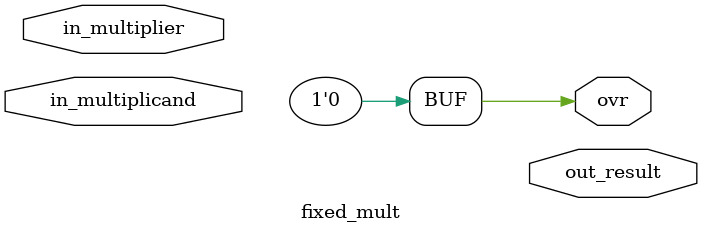
<source format=v>
module fixed_mult #(
	//Parameterized values
	parameter Q = 15,
	parameter N = 32
	)
	(
	 input			[N-1:0]	in_multiplicand,
	 input			[N-1:0]	in_multiplier,
	 output			[N-1:0]	out_result,
	 output	reg				ovr
	 );
	 
	
	
	reg [2*N-1:0]	r_result;		
											
	reg [N-1:0]	r_RetVal;
	

	assign o_result = r_RetVal;	
	
	always @(in_multiplicand, in_multiplier)	begin						
		r_result <= in_multiplicand[N-2:0] * in_multiplier[N-2:0];	
																
		ovr <= 1'b0;															
		end
	
		
	always @(r_result) begin													
		r_RetVal[N-1] <= in_multiplicand[N-1] ^ in_multiplier[N-1];	
		r_RetVal[N-2:0] <= r_result[N-2+Q:Q];								
																						
		if (r_result[2*N-2:N-1+Q] > 0)										
			ovr <= 1'b1;
		end

endmodule
</source>
